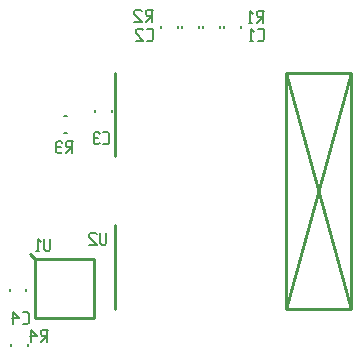
<source format=gbo>
G04 start of page 10 for group -4078 idx -4078 *
G04 Title: (unknown), bottomsilk *
G04 Creator: pcb 20091103 *
G04 CreationDate: Wed May  9 21:08:20 2012 UTC *
G04 For: markrages *
G04 Format: Gerber/RS-274X *
G04 PCB-Dimensions: 315000 325000 *
G04 PCB-Coordinate-Origin: lower left *
%MOIN*%
%FSLAX25Y25*%
%LNBACKSILK*%
%ADD12C,0.0100*%
%ADD30C,0.0080*%
G54D30*X122064Y187362D02*X122850D01*
X122064Y181852D02*X122850D01*
X137755Y189393D02*Y188607D01*
X132245Y189393D02*Y188607D01*
X109755Y111393D02*Y110607D01*
X104245Y111393D02*Y110607D01*
X109362Y129850D02*Y129064D01*
X103852Y129850D02*Y129064D01*
X175245Y217393D02*Y216607D01*
X180755Y217393D02*Y216607D01*
X166755Y217393D02*Y216607D01*
X161245Y217393D02*Y216607D01*
X159755Y217393D02*Y216607D01*
X154245Y217393D02*Y216607D01*
X168245Y217393D02*Y216607D01*
X173755Y217393D02*Y216607D01*
G54D12*X112142Y120142D02*X131858D01*
X112142Y139858D02*Y120142D01*
Y139858D02*X131858D01*
Y120142D01*
X112142Y139858D02*X110642Y141358D01*
X196043Y201870D02*X217697D01*
X196043Y123130D02*X217697D01*
X196043D02*X217697Y201870D01*
Y123130D02*X196043Y201870D01*
Y123130D01*
X217697Y201870D02*Y123130D01*
X138957Y150886D02*Y123130D01*
Y201870D02*Y174114D01*
G54D30*X123000Y179000D02*X125000D01*
X123000D02*X122500Y178500D01*
Y177500D02*Y178500D01*
X123000Y177000D02*X122500Y177500D01*
X123000Y177000D02*X124500D01*
Y175000D02*Y179000D01*
Y177000D02*X122500Y175000D01*
X121299Y178500D02*X120799Y179000D01*
X119799D02*X120799D01*
X119799D02*X119299Y178500D01*
Y175500D02*Y178500D01*
X119799Y175000D02*X119299Y175500D01*
X119799Y175000D02*X120799D01*
X121299Y175500D02*X120799Y175000D01*
X119299Y177000D02*X120799D01*
X135064Y177936D02*X136564D01*
X137064Y178436D02*X136564Y177936D01*
X137064Y178436D02*Y181436D01*
X136564Y181936D01*
X135064D02*X136564D01*
X133863Y181436D02*X133363Y181936D01*
X132363D02*X133363D01*
X132363D02*X131863Y181436D01*
Y178436D02*Y181436D01*
X132363Y177936D02*X131863Y178436D01*
X132363Y177936D02*X133363D01*
X133863Y178436D02*X133363Y177936D01*
X131863Y179936D02*X133363D01*
X114736Y116150D02*X116736D01*
X114736D02*X114236Y115650D01*
Y114650D02*Y115650D01*
X114736Y114150D02*X114236Y114650D01*
X114736Y114150D02*X116236D01*
Y112150D02*Y116150D01*
Y114150D02*X114236Y112150D01*
X113035Y114150D02*X111035Y116150D01*
X110535Y114150D02*X113035D01*
X111035Y112150D02*Y116150D01*
X108214Y118000D02*X109714D01*
X110214Y118500D02*X109714Y118000D01*
X110214Y118500D02*Y121500D01*
X109714Y122000D01*
X108214D02*X109714D01*
X107013Y120000D02*X105013Y122000D01*
X104513Y120000D02*X107013D01*
X105013Y118000D02*Y122000D01*
X186693Y222543D02*X188693D01*
X186693D02*X186193Y222043D01*
Y221043D02*Y222043D01*
X186693Y220543D02*X186193Y221043D01*
X186693Y220543D02*X188193D01*
Y218543D02*Y222543D01*
Y220543D02*X186193Y218543D01*
X183492D02*X184492D01*
X183992D02*Y222543D01*
X184992Y221543D02*X183992Y222543D01*
X149607Y222757D02*X151607D01*
X149607D02*X149107Y222257D01*
Y221257D02*Y222257D01*
X149607Y220757D02*X149107Y221257D01*
X149607Y220757D02*X151107D01*
Y218757D02*Y222757D01*
Y220757D02*X149107Y218757D01*
X147906Y222257D02*X147406Y222757D01*
X145906D02*X147406D01*
X145906D02*X145406Y222257D01*
Y221257D02*Y222257D01*
X147906Y218757D02*X145406Y221257D01*
Y218757D02*X147906D01*
X149607Y212543D02*X151107D01*
X151607Y213043D02*X151107Y212543D01*
X151607Y213043D02*Y216043D01*
X151107Y216543D01*
X149607D02*X151107D01*
X148406Y216043D02*X147906Y216543D01*
X146406D02*X147906D01*
X146406D02*X145906Y216043D01*
Y215043D02*Y216043D01*
X148406Y212543D02*X145906Y215043D01*
Y212543D02*X148406D01*
X186607D02*X188107D01*
X188607Y213043D02*X188107Y212543D01*
X188607Y213043D02*Y216043D01*
X188107Y216543D01*
X186607D02*X188107D01*
X183906Y212543D02*X184906D01*
X184406D02*Y216543D01*
X185406Y215543D02*X184406Y216543D01*
X117358Y142908D02*Y146408D01*
Y142908D02*X116858Y142408D01*
X115858D02*X116858D01*
X115858D02*X115358Y142908D01*
Y146408D01*
X112657Y142408D02*X113657D01*
X113157D02*Y146408D01*
X114157Y145408D02*X113157Y146408D01*
X136043Y145000D02*Y148500D01*
Y145000D02*X135543Y144500D01*
X134543D02*X135543D01*
X134543D02*X134043Y145000D01*
Y148500D01*
X132842Y148000D02*X132342Y148500D01*
X130842D02*X132342D01*
X130842D02*X130342Y148000D01*
Y147000D02*Y148000D01*
X132842Y144500D02*X130342Y147000D01*
Y144500D02*X132842D01*
M02*

</source>
